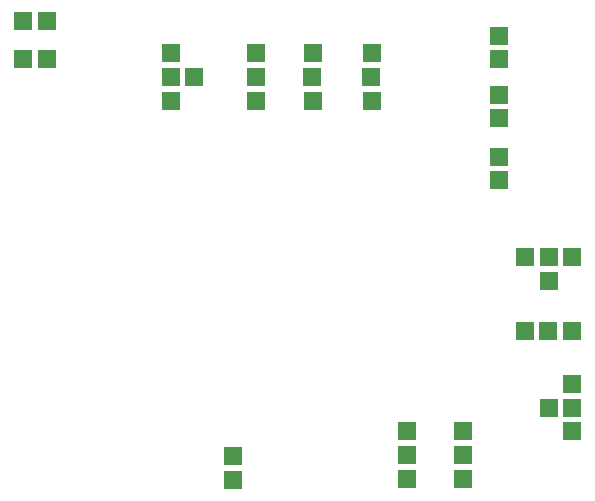
<source format=gbp>
G04*
G04 #@! TF.GenerationSoftware,Altium Limited,Altium Designer,18.0.7 (293)*
G04*
G04 Layer_Color=128*
%FSLAX25Y25*%
%MOIN*%
G70*
G01*
G75*
%ADD58R,0.06000X0.06000*%
%ADD59R,0.06000X0.06000*%
D58*
X207677Y47244D02*
D03*
X207776Y39469D02*
D03*
X207677Y31496D02*
D03*
X188976Y47244D02*
D03*
X189075Y39468D02*
D03*
X188976Y31496D02*
D03*
X157480Y157480D02*
D03*
X157382Y165256D02*
D03*
X157480Y173228D02*
D03*
X138779Y157480D02*
D03*
X138681Y165256D02*
D03*
X138779Y173228D02*
D03*
X177165Y157480D02*
D03*
X177067Y165256D02*
D03*
X177165Y173228D02*
D03*
X110236Y173228D02*
D03*
Y165354D02*
D03*
Y157480D02*
D03*
X118110Y165354D02*
D03*
X244094Y47244D02*
D03*
Y55118D02*
D03*
Y62992D02*
D03*
X236221Y55118D02*
D03*
X131000Y31000D02*
D03*
Y38874D02*
D03*
X219488Y130905D02*
D03*
Y138779D02*
D03*
X219488Y151575D02*
D03*
Y159449D02*
D03*
X219488Y171260D02*
D03*
Y179134D02*
D03*
D59*
X228346Y80709D02*
D03*
X236122Y80807D02*
D03*
X244094Y80709D02*
D03*
X244094Y105315D02*
D03*
X236221D02*
D03*
X228346D02*
D03*
X236221Y97441D02*
D03*
X61024Y184055D02*
D03*
X68898D02*
D03*
X61024Y171260D02*
D03*
X68898D02*
D03*
M02*

</source>
